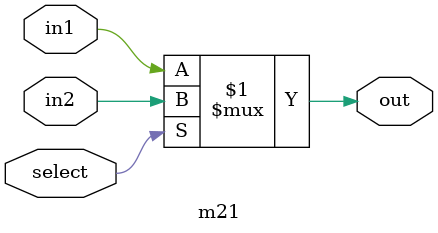
<source format=v>
`timescale 1ns / 1ps

// define a module for the design
module m21(in1, in2, select, out);

// define input  port
input in1, in2, select;

// define the output port
output out;

// assign one of the inputs to the output based upon select line input
assign out = select ? in2 : in1;
endmodule :m21


</source>
